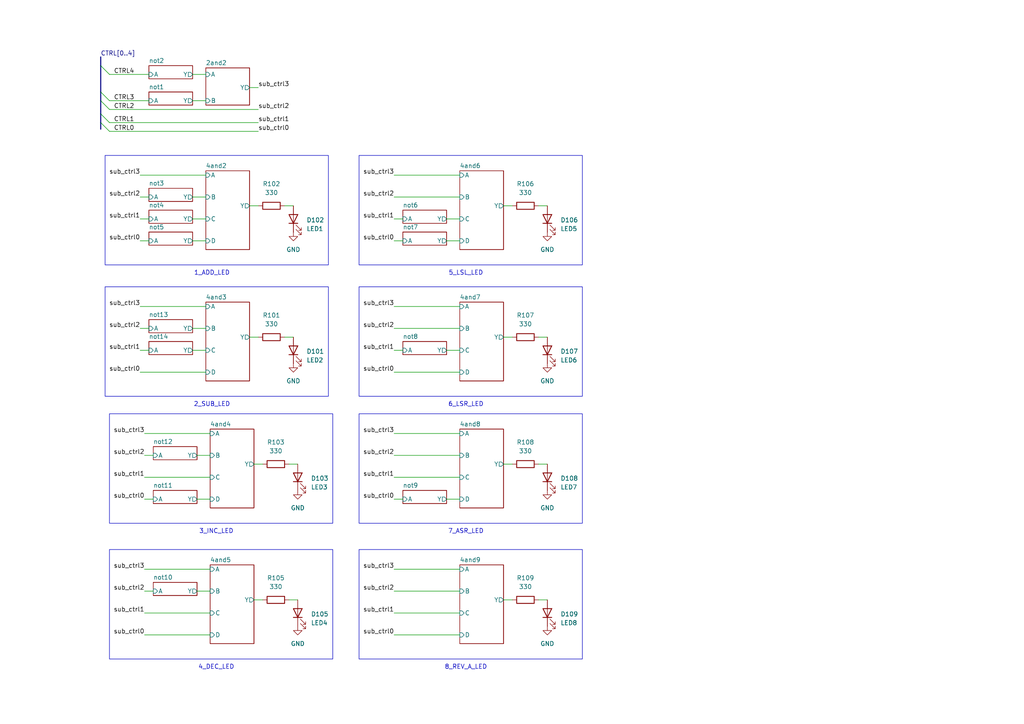
<source format=kicad_sch>
(kicad_sch (version 20250114) (generator "eeschema") (generator_version "9.0")
  (paper "A4")
  (lib_symbols
    (symbol "Device:LED" (pin_numbers (hide yes)) (pin_names (offset 1.016) (hide yes))
      (property "Reference" "D" (at 0 2.54 0))
      (property "Value" "LED" (at 0 -2.54 0))
      (symbol "LED_0_1"
        (polyline (pts (xy -3.048 -0.762) (xy -4.572 -2.286) (xy -3.81 -2.286) (xy -4.572 -2.286) (xy -4.572 -1.524)))
        (polyline (pts (xy -1.778 -0.762) (xy -3.302 -2.286) (xy -2.54 -2.286) (xy -3.302 -2.286) (xy -3.302 -1.524)))
        (polyline (pts (xy -1.27 0) (xy 1.27 0)))
        (polyline (pts (xy -1.27 -1.27) (xy -1.27 1.27)) (stroke (width 0.254)))
        (polyline (pts (xy 1.27 -1.27) (xy 1.27 1.27) (xy -1.27 0) (xy 1.27 -1.27)) (stroke (width 0.254)))
      )
      (symbol "LED_1_1"
        (pin passive line (at -3.81 0 0) (length 2.54) (name "K") (number "1"))
        (pin passive line (at 3.81 0 180) (length 2.54) (name "A") (number "2"))
      )
    )
    (symbol "Device:R" (pin_numbers (hide yes)) (pin_names (offset 0))
      (property "Reference" "R" (at 2.032 0 90))
      (property "Value" "R" (at 0 0 90))
      (symbol "R_0_1"
        (rectangle (start -1.016 -2.54) (end 1.016 2.54) (stroke (width 0.254)))
      )
      (symbol "R_1_1"
        (pin passive line (at 0 3.81 270) (length 1.27) (name "~") (number "1"))
        (pin passive line (at 0 -3.81 90) (length 1.27) (name "~") (number "2"))
      )
    )
    (symbol "power:GND" (power) (pin_numbers (hide yes)) (pin_names (offset 0) (hide yes))
      (property "Value" "GND" (at 0 -3.81 0))
      (symbol "GND_0_1"
        (polyline (pts (xy 0 0) (xy 0 -1.27) (xy 1.27 -1.27) (xy 0 -2.54) (xy -1.27 -1.27) (xy 0 -1.27)))
      )
      (symbol "GND_1_1"
        (pin power_in line (at 0 0 270) (length 0) (name "~") (number "1"))
      )
    )
  )
  (rectangle (start 104.14 159.385) (end 168.91 191.135))
  (rectangle (start 104.14 45.085) (end 168.91 76.835))
  (rectangle (start 104.14 120.015) (end 168.91 151.765))
  (rectangle (start 31.75 159.385) (end 96.52 191.135))
  (rectangle (start 30.48 83.185) (end 95.25 114.935))
  (rectangle (start 104.14 83.185) (end 168.91 114.935))
  (rectangle (start 31.75 120.015) (end 96.52 151.765))
  (rectangle (start 30.48 45.085) (end 95.25 76.835))
  (text "7_ASR_LED" (at 135.128 154.178 0) (effects (font (size 1.27 1.27))))
  (text "3_INC_LED" (at 62.738 154.178 0) (effects (font (size 1.27 1.27))))
  (text "2_SUB_LED" (at 61.468 117.348 0) (effects (font (size 1.27 1.27))))
  (text "6_LSR_LED" (at 135.128 117.348 0) (effects (font (size 1.27 1.27))))
  (text "4_DEC_LED\n" (at 62.738 193.548 0) (effects (font (size 1.27 1.27))))
  (text "1_ADD_LED" (at 61.468 79.248 0) (effects (font (size 1.27 1.27))))
  (text "8_REV_A_LED\n" (at 135.128 193.548 0) (effects (font (size 1.27 1.27))))
  (text "5_LSL_LED" (at 135.128 79.248 0) (effects (font (size 1.27 1.27))))
  (bus_entry (at 29.21 19.05) (size 2.54 2.54))
  (bus_entry (at 29.21 29.21) (size 2.54 2.54))
  (bus_entry (at 29.21 35.56) (size 2.54 2.54))
  (bus_entry (at 29.21 26.67) (size 2.54 2.54))
  (bus_entry (at 29.21 33.02) (size 2.54 2.54))
  (wire (pts (xy 158.75 59.69) (xy 156.21 59.69)))
  (wire (pts (xy 114.3 171.45) (xy 133.35 171.45)))
  (wire (pts (xy 146.05 173.99) (xy 148.59 173.99)))
  (wire (pts (xy 55.88 57.15) (xy 59.69 57.15)))
  (wire (pts (xy 55.88 29.21) (xy 59.69 29.21)))
  (wire (pts (xy 114.3 177.8) (xy 133.35 177.8)))
  (wire (pts (xy 158.75 173.99) (xy 156.21 173.99)))
  (wire (pts (xy 85.09 59.69) (xy 82.55 59.69)))
  (wire (pts (xy 73.66 173.99) (xy 76.2 173.99)))
  (bus (pts (xy 29.21 19.05) (xy 29.21 26.67)))
  (wire (pts (xy 41.91 184.15) (xy 60.96 184.15)))
  (wire (pts (xy 31.75 35.56) (xy 74.93 35.56)))
  (wire (pts (xy 146.05 97.79) (xy 148.59 97.79)))
  (wire (pts (xy 114.3 88.9) (xy 133.35 88.9)))
  (wire (pts (xy 55.88 101.6) (xy 59.69 101.6)))
  (wire (pts (xy 114.3 144.78) (xy 116.84 144.78)))
  (wire (pts (xy 55.88 95.25) (xy 59.69 95.25)))
  (wire (pts (xy 129.54 63.5) (xy 133.35 63.5)))
  (wire (pts (xy 41.91 138.43) (xy 60.96 138.43)))
  (bus (pts (xy 29.21 33.02) (xy 29.21 35.56)))
  (wire (pts (xy 40.64 50.8) (xy 59.69 50.8)))
  (wire (pts (xy 31.75 31.75) (xy 74.93 31.75)))
  (wire (pts (xy 114.3 125.73) (xy 133.35 125.73)))
  (wire (pts (xy 40.64 107.95) (xy 59.69 107.95)))
  (wire (pts (xy 41.91 177.8) (xy 60.96 177.8)))
  (wire (pts (xy 40.64 63.5) (xy 43.18 63.5)))
  (wire (pts (xy 55.88 63.5) (xy 59.69 63.5)))
  (wire (pts (xy 114.3 57.15) (xy 133.35 57.15)))
  (wire (pts (xy 114.3 101.6) (xy 116.84 101.6)))
  (wire (pts (xy 57.15 171.45) (xy 60.96 171.45)))
  (wire (pts (xy 86.36 134.62) (xy 83.82 134.62)))
  (wire (pts (xy 114.3 69.85) (xy 116.84 69.85)))
  (wire (pts (xy 86.36 173.99) (xy 83.82 173.99)))
  (wire (pts (xy 73.66 134.62) (xy 76.2 134.62)))
  (wire (pts (xy 114.3 107.95) (xy 133.35 107.95)))
  (bus (pts (xy 29.21 16.51) (xy 29.21 19.05)))
  (wire (pts (xy 158.75 134.62) (xy 156.21 134.62)))
  (wire (pts (xy 40.64 69.85) (xy 43.18 69.85)))
  (wire (pts (xy 55.88 69.85) (xy 59.69 69.85)))
  (wire (pts (xy 114.3 50.8) (xy 133.35 50.8)))
  (wire (pts (xy 85.09 97.79) (xy 82.55 97.79)))
  (wire (pts (xy 41.91 132.08) (xy 44.45 132.08)))
  (wire (pts (xy 114.3 138.43) (xy 133.35 138.43)))
  (wire (pts (xy 31.75 38.1) (xy 74.93 38.1)))
  (wire (pts (xy 146.05 134.62) (xy 148.59 134.62)))
  (wire (pts (xy 114.3 132.08) (xy 133.35 132.08)))
  (wire (pts (xy 41.91 125.73) (xy 60.96 125.73)))
  (wire (pts (xy 41.91 165.1) (xy 60.96 165.1)))
  (wire (pts (xy 41.91 171.45) (xy 44.45 171.45)))
  (wire (pts (xy 40.64 57.15) (xy 43.18 57.15)))
  (wire (pts (xy 57.15 132.08) (xy 60.96 132.08)))
  (wire (pts (xy 114.3 184.15) (xy 133.35 184.15)))
  (bus (pts (xy 29.21 29.21) (xy 29.21 33.02)))
  (wire (pts (xy 129.54 144.78) (xy 133.35 144.78)))
  (wire (pts (xy 40.64 101.6) (xy 43.18 101.6)))
  (wire (pts (xy 72.39 59.69) (xy 74.93 59.69)))
  (wire (pts (xy 55.88 21.59) (xy 59.69 21.59)))
  (wire (pts (xy 158.75 97.79) (xy 156.21 97.79)))
  (wire (pts (xy 41.91 144.78) (xy 44.45 144.78)))
  (wire (pts (xy 129.54 101.6) (xy 133.35 101.6)))
  (wire (pts (xy 40.64 95.25) (xy 43.18 95.25)))
  (wire (pts (xy 114.3 95.25) (xy 133.35 95.25)))
  (wire (pts (xy 57.15 144.78) (xy 60.96 144.78)))
  (wire (pts (xy 114.3 63.5) (xy 116.84 63.5)))
  (wire (pts (xy 31.75 29.21) (xy 43.18 29.21)))
  (bus (pts (xy 29.21 26.67) (xy 29.21 29.21)))
  (wire (pts (xy 40.64 88.9) (xy 59.69 88.9)))
  (wire (pts (xy 31.75 21.59) (xy 43.18 21.59)))
  (wire (pts (xy 72.39 97.79) (xy 74.93 97.79)))
  (wire (pts (xy 146.05 59.69) (xy 148.59 59.69)))
  (wire (pts (xy 74.93 25.4) (xy 72.39 25.4)))
  (wire (pts (xy 114.3 165.1) (xy 133.35 165.1)))
  (bus (pts (xy 29.21 35.56) (xy 29.21 37.465)))
  (wire (pts (xy 129.54 69.85) (xy 133.35 69.85)))
  (label "sub_ctrl2" (at 41.91 132.08 180))
  (label "sub_ctrl1" (at 114.3 138.43 180))
  (label "sub_ctrl0" (at 41.91 144.78 180))
  (label "CTRL2" (at 33.02 31.75 0))
  (label "sub_ctrl1" (at 41.91 138.43 180))
  (label "sub_ctrl3" (at 41.91 165.1 180))
  (label "sub_ctrl2" (at 74.93 31.75 0))
  (label "sub_ctrl1" (at 114.3 63.5 180))
  (label "sub_ctrl0" (at 114.3 144.78 180))
  (label "sub_ctrl2" (at 40.64 95.25 180))
  (label "sub_ctrl0" (at 114.3 69.85 180))
  (label "CTRL[0..4]" (at 29.21 16.51 0))
  (label "sub_ctrl0" (at 41.91 184.15 180))
  (label "CTRL3" (at 33.02 29.21 0))
  (label "sub_ctrl1" (at 114.3 101.6 180))
  (label "sub_ctrl2" (at 114.3 57.15 180))
  (label "sub_ctrl1" (at 40.64 63.5 180))
  (label "sub_ctrl3" (at 40.64 88.9 180))
  (label "sub_ctrl2" (at 114.3 132.08 180))
  (label "sub_ctrl2" (at 41.91 171.45 180))
  (label "sub_ctrl2" (at 114.3 95.25 180))
  (label "CTRL4" (at 33.02 21.59 0))
  (label "sub_ctrl1" (at 40.64 101.6 180))
  (label "sub_ctrl0" (at 40.64 69.85 180))
  (label "sub_ctrl3" (at 114.3 88.9 180))
  (label "CTRL0" (at 33.02 38.1 0))
  (label "sub_ctrl0" (at 114.3 184.15 180))
  (label "sub_ctrl3" (at 40.64 50.8 180))
  (label "sub_ctrl3" (at 41.91 125.73 180))
  (label "sub_ctrl0" (at 74.93 38.1 0))
  (label "sub_ctrl3" (at 114.3 50.8 180))
  (label "CTRL1" (at 33.02 35.56 0))
  (label "sub_ctrl1" (at 114.3 177.8 180))
  (label "sub_ctrl1" (at 74.93 35.56 0))
  (label "sub_ctrl0" (at 114.3 107.95 180))
  (label "sub_ctrl1" (at 41.91 177.8 180))
  (label "sub_ctrl3" (at 114.3 165.1 180))
  (label "sub_ctrl3" (at 74.93 25.4 0))
  (label "sub_ctrl0" (at 40.64 107.95 180))
  (label "sub_ctrl2" (at 114.3 171.45 180))
  (label "sub_ctrl3" (at 114.3 125.73 180))
  (label "sub_ctrl2" (at 40.64 57.15 180))
  (symbol (lib_id "power:GND") (at 86.36 142.24 0) (unit 1)
    (property "Reference" "#PWR0102" (effects (hide yes)))
    (property "Value" "GND" (at 86.36 147.32 0))
    (property "Description" "Power symbol creates a global label with name \"GND\" , ground" (effects (hide yes)))
  )
  (symbol (lib_id "Device:LED") (at 158.75 101.6 90) (unit 1)
    (property "Reference" "D107" (at 162.56 101.9174 90) (effects (justify right)))
    (property "Value" "LED6" (at 162.56 104.4574 90) (effects (justify right)))
    (property "Footprint" "LED_SMD:LED_0805_2012Metric" (effects (hide yes)))
    (property "Description" "Light emitting diode" (effects (hide yes)))
    (property "Sim.Pins" "1=K 2=A" (effects (hide yes)))
  )
  (symbol (lib_id "Device:R") (at 80.01 173.99 90) (unit 1)
    (property "Reference" "R105" (at 80.01 167.64 90))
    (property "Value" "330" (at 80.01 170.18 90))
    (property "Footprint" "Resistor_SMD:R_0805_2012Metric" (effects (hide yes)))
    (property "Description" "Resistor" (effects (hide yes)))
  )
  (symbol (lib_id "Device:LED") (at 86.36 177.8 90) (unit 1)
    (property "Reference" "D105" (at 90.17 178.1174 90) (effects (justify right)))
    (property "Value" "LED4" (at 90.17 180.6574 90) (effects (justify right)))
    (property "Footprint" "LED_SMD:LED_0805_2012Metric" (effects (hide yes)))
    (property "Description" "Light emitting diode" (effects (hide yes)))
    (property "Sim.Pins" "1=K 2=A" (effects (hide yes)))
  )
  (symbol (lib_id "power:GND") (at 85.09 67.31 0) (unit 1)
    (property "Reference" "#PWR0106" (effects (hide yes)))
    (property "Value" "GND" (at 85.09 72.39 0))
    (property "Description" "Power symbol creates a global label with name \"GND\" , ground" (effects (hide yes)))
  )
  (symbol (lib_id "power:GND") (at 158.75 67.31 0) (unit 1)
    (property "Reference" "#PWR0105" (effects (hide yes)))
    (property "Value" "GND" (at 158.75 72.39 0))
    (property "Description" "Power symbol creates a global label with name \"GND\" , ground" (effects (hide yes)))
  )
  (symbol (lib_id "Device:LED") (at 158.75 138.43 90) (unit 1)
    (property "Reference" "D108" (at 162.56 138.7474 90) (effects (justify right)))
    (property "Value" "LED7" (at 162.56 141.2874 90) (effects (justify right)))
    (property "Footprint" "LED_SMD:LED_0805_2012Metric" (effects (hide yes)))
    (property "Description" "Light emitting diode" (effects (hide yes)))
    (property "Sim.Pins" "1=K 2=A" (effects (hide yes)))
  )
  (symbol (lib_id "Device:R") (at 152.4 97.79 90) (unit 1)
    (property "Reference" "R107" (at 152.4 91.44 90))
    (property "Value" "330" (at 152.4 93.98 90))
    (property "Footprint" "Resistor_SMD:R_0805_2012Metric" (effects (hide yes)))
    (property "Description" "Resistor" (effects (hide yes)))
  )
  (symbol (lib_id "Device:LED") (at 158.75 63.5 90) (unit 1)
    (property "Reference" "D106" (at 162.56 63.8174 90) (effects (justify right)))
    (property "Value" "LED5" (at 162.56 66.3574 90) (effects (justify right)))
    (property "Footprint" "LED_SMD:LED_0805_2012Metric" (effects (hide yes)))
    (property "Description" "Light emitting diode" (effects (hide yes)))
    (property "Sim.Pins" "1=K 2=A" (effects (hide yes)))
  )
  (symbol (lib_id "Device:LED") (at 85.09 101.6 90) (unit 1)
    (property "Reference" "D101" (at 88.9 101.9174 90) (effects (justify right)))
    (property "Value" "LED2" (at 88.9 104.4574 90) (effects (justify right)))
    (property "Footprint" "LED_SMD:LED_0805_2012Metric" (effects (hide yes)))
    (property "Description" "Light emitting diode" (effects (hide yes)))
    (property "Sim.Pins" "1=K 2=A" (effects (hide yes)))
  )
  (symbol (lib_id "Device:R") (at 80.01 134.62 90) (unit 1)
    (property "Reference" "R103" (at 80.01 128.27 90))
    (property "Value" "330" (at 80.01 130.81 90))
    (property "Footprint" "Resistor_SMD:R_0805_2012Metric" (effects (hide yes)))
    (property "Description" "Resistor" (effects (hide yes)))
  )
  (symbol (lib_id "power:GND") (at 86.36 181.61 0) (unit 1)
    (property "Reference" "#PWR0104" (effects (hide yes)))
    (property "Value" "GND" (at 86.36 186.69 0))
    (property "Description" "Power symbol creates a global label with name \"GND\" , ground" (effects (hide yes)))
  )
  (symbol (lib_id "Device:LED") (at 158.75 177.8 90) (unit 1)
    (property "Reference" "D109" (at 162.56 178.1174 90) (effects (justify right)))
    (property "Value" "LED8" (at 162.56 180.6574 90) (effects (justify right)))
    (property "Footprint" "LED_SMD:LED_0805_2012Metric" (effects (hide yes)))
    (property "Description" "Light emitting diode" (effects (hide yes)))
    (property "Sim.Pins" "1=K 2=A" (effects (hide yes)))
  )
  (symbol (lib_id "Device:LED") (at 85.09 63.5 90) (unit 1)
    (property "Reference" "D102" (at 88.9 63.8174 90) (effects (justify right)))
    (property "Value" "LED1" (at 88.9 66.3574 90) (effects (justify right)))
    (property "Footprint" "LED_SMD:LED_0805_2012Metric" (effects (hide yes)))
    (property "Description" "Light emitting diode" (effects (hide yes)))
    (property "Sim.Pins" "1=K 2=A" (effects (hide yes)))
  )
  (symbol (lib_id "power:GND") (at 158.75 142.24 0) (unit 1)
    (property "Reference" "#PWR0108" (effects (hide yes)))
    (property "Value" "GND" (at 158.75 147.32 0))
    (property "Description" "Power symbol creates a global label with name \"GND\" , ground" (effects (hide yes)))
  )
  (symbol (lib_id "power:GND") (at 85.09 105.41 0) (unit 1)
    (property "Reference" "#PWR0101" (effects (hide yes)))
    (property "Value" "GND" (at 85.09 110.49 0))
    (property "Description" "Power symbol creates a global label with name \"GND\" , ground" (effects (hide yes)))
  )
  (symbol (lib_id "Device:LED") (at 86.36 138.43 90) (unit 1)
    (property "Reference" "D103" (at 90.17 138.7474 90) (effects (justify right)))
    (property "Value" "LED3" (at 90.17 141.2874 90) (effects (justify right)))
    (property "Footprint" "LED_SMD:LED_0805_2012Metric" (effects (hide yes)))
    (property "Description" "Light emitting diode" (effects (hide yes)))
    (property "Sim.Pins" "1=K 2=A" (effects (hide yes)))
  )
  (symbol (lib_id "Device:R") (at 152.4 134.62 90) (unit 1)
    (property "Reference" "R108" (at 152.4 128.27 90))
    (property "Value" "330" (at 152.4 130.81 90))
    (property "Footprint" "Resistor_SMD:R_0805_2012Metric" (effects (hide yes)))
    (property "Description" "Resistor" (effects (hide yes)))
  )
  (symbol (lib_id "Device:R") (at 78.74 59.69 90) (unit 1)
    (property "Reference" "R102" (at 78.74 53.34 90))
    (property "Value" "330" (at 78.74 55.88 90))
    (property "Footprint" "Resistor_SMD:R_0805_2012Metric" (effects (hide yes)))
    (property "Description" "Resistor" (effects (hide yes)))
  )
  (symbol (lib_id "Device:R") (at 152.4 59.69 90) (unit 1)
    (property "Reference" "R106" (at 152.4 53.34 90))
    (property "Value" "330" (at 152.4 55.88 90))
    (property "Footprint" "Resistor_SMD:R_0805_2012Metric" (effects (hide yes)))
    (property "Description" "Resistor" (effects (hide yes)))
  )
  (symbol (lib_id "Device:R") (at 78.74 97.79 90) (unit 1)
    (property "Reference" "R101" (at 78.74 91.44 90))
    (property "Value" "330" (at 78.74 93.98 90))
    (property "Footprint" "Resistor_SMD:R_0805_2012Metric" (effects (hide yes)))
    (property "Description" "Resistor" (effects (hide yes)))
  )
  (symbol (lib_id "power:GND") (at 158.75 181.61 0) (unit 1)
    (property "Reference" "#PWR0109" (effects (hide yes)))
    (property "Value" "GND" (at 158.75 186.69 0))
    (property "Description" "Power symbol creates a global label with name \"GND\" , ground" (effects (hide yes)))
  )
  (symbol (lib_id "power:GND") (at 158.75 105.41 0) (unit 1)
    (property "Reference" "#PWR0107" (effects (hide yes)))
    (property "Value" "GND" (at 158.75 110.49 0))
    (property "Description" "Power symbol creates a global label with name \"GND\" , ground" (effects (hide yes)))
  )
  (symbol (lib_id "Device:R") (at 152.4 173.99 90) (unit 1)
    (property "Reference" "R109" (at 152.4 167.64 90))
    (property "Value" "330" (at 152.4 170.18 90))
    (property "Footprint" "Resistor_SMD:R_0805_2012Metric" (effects (hide yes)))
    (property "Description" "Resistor" (effects (hide yes)))
  )
  (sheet (at 116.84 67.31) (size 12.7 3.81) (stroke (width 0.1524))
    (property "Sheetname" "not7" (at 116.84 66.5984 0) (effects (justify left bottom)))
    (property "Sheetfile" "../../../modules/gates/gate_inv/gate_inv_1bit/gate_inv_1bit.kicad_sch" (effects (hide yes)))
    (pin "Y" output (at 129.54 69.85 0))
    (pin "A" input (at 116.84 69.85 180))
  )
  (sheet (at 60.96 124.46) (size 12.7 22.86) (stroke (width 0.1524))
    (property "Sheetname" "4and4" (at 60.96 123.7484 0) (effects (justify left bottom)))
    (property "Sheetfile" "../../../modules/gates/gate_and/gate_and_4in/gate_and_4in.kicad_sch" (effects (hide yes)))
    (pin "C" input (at 60.96 138.43 180))
    (pin "Y" output (at 73.66 134.62 0))
    (pin "B" input (at 60.96 132.08 180))
    (pin "D" input (at 60.96 144.78 180))
    (pin "A" input (at 60.96 125.73 180))
  )
  (sheet (at 44.45 142.24) (size 12.7 3.81) (stroke (width 0.1524))
    (property "Sheetname" "not11" (at 44.45 141.5284 0) (effects (justify left bottom)))
    (property "Sheetfile" "../../../modules/gates/gate_inv/gate_inv_1bit/gate_inv_1bit.kicad_sch" (effects (hide yes)))
    (pin "Y" output (at 57.15 144.78 0))
    (pin "A" input (at 44.45 144.78 180))
  )
  (sheet (at 133.35 163.83) (size 12.7 22.86) (stroke (width 0.1524))
    (property "Sheetname" "4and9" (at 133.35 163.1184 0) (effects (justify left bottom)))
    (property "Sheetfile" "../../../modules/gates/gate_and/gate_and_4in/gate_and_4in.kicad_sch" (effects (hide yes)))
    (pin "C" input (at 133.35 177.8 180))
    (pin "Y" output (at 146.05 173.99 0))
    (pin "B" input (at 133.35 171.45 180))
    (pin "D" input (at 133.35 184.15 180))
    (pin "A" input (at 133.35 165.1 180))
  )
  (sheet (at 59.69 19.685) (size 12.7 10.795) (stroke (width 0.1524))
    (property "Sheetname" "2and2" (at 59.69 18.9734 0) (effects (justify left bottom)))
    (property "Sheetfile" "../../../modules/gates/gate_and/gate_and_2in/gate_and_2in.kicad_sch" (effects (hide yes)))
    (pin "B" input (at 59.69 29.21 180))
    (pin "A" input (at 59.69 21.59 180))
    (pin "Y" output (at 72.39 25.4 0))
  )
  (sheet (at 43.18 67.31) (size 12.7 3.81) (stroke (width 0.1524))
    (property "Sheetname" "not5" (at 43.18 66.5984 0) (effects (justify left bottom)))
    (property "Sheetfile" "../../../modules/gates/gate_inv/gate_inv_1bit/gate_inv_1bit.kicad_sch" (effects (hide yes)))
    (pin "Y" output (at 55.88 69.85 0))
    (pin "A" input (at 43.18 69.85 180))
  )
  (sheet (at 43.18 92.71) (size 12.7 3.81) (stroke (width 0.1524))
    (property "Sheetname" "not13" (at 43.18 91.9984 0) (effects (justify left bottom)))
    (property "Sheetfile" "../../../modules/gates/gate_inv/gate_inv_1bit/gate_inv_1bit.kicad_sch" (effects (hide yes)))
    (pin "Y" output (at 55.88 95.25 0))
    (pin "A" input (at 43.18 95.25 180))
  )
  (sheet (at 59.69 87.63) (size 12.7 22.86) (stroke (width 0.1524))
    (property "Sheetname" "4and3" (at 59.69 86.9184 0) (effects (justify left bottom)))
    (property "Sheetfile" "../../../modules/gates/gate_and/gate_and_4in/gate_and_4in.kicad_sch" (effects (hide yes)))
    (pin "C" input (at 59.69 101.6 180))
    (pin "Y" output (at 72.39 97.79 0))
    (pin "B" input (at 59.69 95.25 180))
    (pin "D" input (at 59.69 107.95 180))
    (pin "A" input (at 59.69 88.9 180))
  )
  (sheet (at 44.45 168.91) (size 12.7 3.81) (stroke (width 0.1524))
    (property "Sheetname" "not10" (at 44.45 168.1984 0) (effects (justify left bottom)))
    (property "Sheetfile" "../../../modules/gates/gate_inv/gate_inv_1bit/gate_inv_1bit.kicad_sch" (effects (hide yes)))
    (pin "Y" output (at 57.15 171.45 0))
    (pin "A" input (at 44.45 171.45 180))
  )
  (sheet (at 133.35 124.46) (size 12.7 22.86) (stroke (width 0.1524))
    (property "Sheetname" "4and8" (at 133.35 123.7484 0) (effects (justify left bottom)))
    (property "Sheetfile" "../../../modules/gates/gate_and/gate_and_4in/gate_and_4in.kicad_sch" (effects (hide yes)))
    (pin "C" input (at 133.35 138.43 180))
    (pin "Y" output (at 146.05 134.62 0))
    (pin "B" input (at 133.35 132.08 180))
    (pin "D" input (at 133.35 144.78 180))
    (pin "A" input (at 133.35 125.73 180))
  )
  (sheet (at 116.84 99.06) (size 12.7 3.81) (stroke (width 0.1524))
    (property "Sheetname" "not8" (at 116.84 98.3484 0) (effects (justify left bottom)))
    (property "Sheetfile" "../../../modules/gates/gate_inv/gate_inv_1bit/gate_inv_1bit.kicad_sch" (effects (hide yes)))
    (pin "Y" output (at 129.54 101.6 0))
    (pin "A" input (at 116.84 101.6 180))
  )
  (sheet (at 43.18 60.96) (size 12.7 3.81) (stroke (width 0.1524))
    (property "Sheetname" "not4" (at 43.18 60.2484 0) (effects (justify left bottom)))
    (property "Sheetfile" "../../../modules/gates/gate_inv/gate_inv_1bit/gate_inv_1bit.kicad_sch" (effects (hide yes)))
    (pin "Y" output (at 55.88 63.5 0))
    (pin "A" input (at 43.18 63.5 180))
  )
  (sheet (at 43.18 54.61) (size 12.7 3.81) (stroke (width 0.1524))
    (property "Sheetname" "not3" (at 43.18 53.8984 0) (effects (justify left bottom)))
    (property "Sheetfile" "../../../modules/gates/gate_inv/gate_inv_1bit/gate_inv_1bit.kicad_sch" (effects (hide yes)))
    (pin "Y" output (at 55.88 57.15 0))
    (pin "A" input (at 43.18 57.15 180))
  )
  (sheet (at 43.18 26.67) (size 12.7 3.81) (stroke (width 0.1524))
    (property "Sheetname" "not1" (at 43.18 25.9584 0) (effects (justify left bottom)))
    (property "Sheetfile" "../../../modules/gates/gate_inv/gate_inv_1bit/gate_inv_1bit.kicad_sch" (effects (hide yes)))
    (pin "Y" output (at 55.88 29.21 0))
    (pin "A" input (at 43.18 29.21 180))
  )
  (sheet (at 43.18 19.05) (size 12.7 3.81) (stroke (width 0.1524))
    (property "Sheetname" "not2" (at 43.18 18.3384 0) (effects (justify left bottom)))
    (property "Sheetfile" "../../../modules/gates/gate_inv/gate_inv_1bit/gate_inv_1bit.kicad_sch" (effects (hide yes)))
    (pin "Y" output (at 55.88 21.59 0))
    (pin "A" input (at 43.18 21.59 180))
  )
  (sheet (at 116.84 60.96) (size 12.7 3.81) (stroke (width 0.1524))
    (property "Sheetname" "not6" (at 116.84 60.2484 0) (effects (justify left bottom)))
    (property "Sheetfile" "../../../modules/gates/gate_inv/gate_inv_1bit/gate_inv_1bit.kicad_sch" (effects (hide yes)))
    (pin "Y" output (at 129.54 63.5 0))
    (pin "A" input (at 116.84 63.5 180))
  )
  (sheet (at 44.45 129.54) (size 12.7 3.81) (stroke (width 0.1524))
    (property "Sheetname" "not12" (at 44.45 128.8284 0) (effects (justify left bottom)))
    (property "Sheetfile" "../../../modules/gates/gate_inv/gate_inv_1bit/gate_inv_1bit.kicad_sch" (effects (hide yes)))
    (pin "Y" output (at 57.15 132.08 0))
    (pin "A" input (at 44.45 132.08 180))
  )
  (sheet (at 133.35 87.63) (size 12.7 22.86) (stroke (width 0.1524))
    (property "Sheetname" "4and7" (at 133.35 86.9184 0) (effects (justify left bottom)))
    (property "Sheetfile" "../../../modules/gates/gate_and/gate_and_4in/gate_and_4in.kicad_sch" (effects (hide yes)))
    (pin "C" input (at 133.35 101.6 180))
    (pin "Y" output (at 146.05 97.79 0))
    (pin "B" input (at 133.35 95.25 180))
    (pin "D" input (at 133.35 107.95 180))
    (pin "A" input (at 133.35 88.9 180))
  )
  (sheet (at 60.96 163.83) (size 12.7 22.86) (stroke (width 0.1524))
    (property "Sheetname" "4and5" (at 60.96 163.1184 0) (effects (justify left bottom)))
    (property "Sheetfile" "../../../modules/gates/gate_and/gate_and_4in/gate_and_4in.kicad_sch" (effects (hide yes)))
    (pin "C" input (at 60.96 177.8 180))
    (pin "Y" output (at 73.66 173.99 0))
    (pin "B" input (at 60.96 171.45 180))
    (pin "D" input (at 60.96 184.15 180))
    (pin "A" input (at 60.96 165.1 180))
  )
  (sheet (at 43.18 99.06) (size 12.7 3.81) (stroke (width 0.1524))
    (property "Sheetname" "not14" (at 43.18 98.3484 0) (effects (justify left bottom)))
    (property "Sheetfile" "../../../modules/gates/gate_inv/gate_inv_1bit/gate_inv_1bit.kicad_sch" (effects (hide yes)))
    (pin "Y" output (at 55.88 101.6 0))
    (pin "A" input (at 43.18 101.6 180))
  )
  (sheet (at 133.35 49.53) (size 12.7 22.86) (stroke (width 0.1524))
    (property "Sheetname" "4and6" (at 133.35 48.8184 0) (effects (justify left bottom)))
    (property "Sheetfile" "../../../modules/gates/gate_and/gate_and_4in/gate_and_4in.kicad_sch" (effects (hide yes)))
    (pin "C" input (at 133.35 63.5 180))
    (pin "Y" output (at 146.05 59.69 0))
    (pin "B" input (at 133.35 57.15 180))
    (pin "D" input (at 133.35 69.85 180))
    (pin "A" input (at 133.35 50.8 180))
  )
  (sheet (at 59.69 49.53) (size 12.7 22.86) (stroke (width 0.1524))
    (property "Sheetname" "4and2" (at 59.69 48.8184 0) (effects (justify left bottom)))
    (property "Sheetfile" "../../../modules/gates/gate_and/gate_and_4in/gate_and_4in.kicad_sch" (effects (hide yes)))
    (pin "C" input (at 59.69 63.5 180))
    (pin "Y" output (at 72.39 59.69 0))
    (pin "B" input (at 59.69 57.15 180))
    (pin "D" input (at 59.69 69.85 180))
    (pin "A" input (at 59.69 50.8 180))
  )
  (sheet (at 116.84 142.24) (size 12.7 3.81) (stroke (width 0.1524))
    (property "Sheetname" "not9" (at 116.84 141.5284 0) (effects (justify left bottom)))
    (property "Sheetfile" "../../../modules/gates/gate_inv/gate_inv_1bit/gate_inv_1bit.kicad_sch" (effects (hide yes)))
    (pin "Y" output (at 129.54 144.78 0))
    (pin "A" input (at 116.84 144.78 180))
  )
)
</source>
